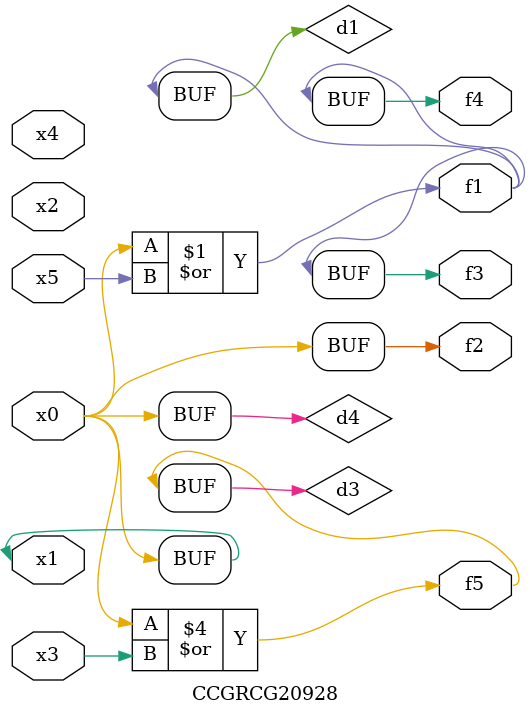
<source format=v>
module CCGRCG20928(
	input x0, x1, x2, x3, x4, x5,
	output f1, f2, f3, f4, f5
);

	wire d1, d2, d3, d4;

	or (d1, x0, x5);
	xnor (d2, x1, x4);
	or (d3, x0, x3);
	buf (d4, x0, x1);
	assign f1 = d1;
	assign f2 = d4;
	assign f3 = d1;
	assign f4 = d1;
	assign f5 = d3;
endmodule

</source>
